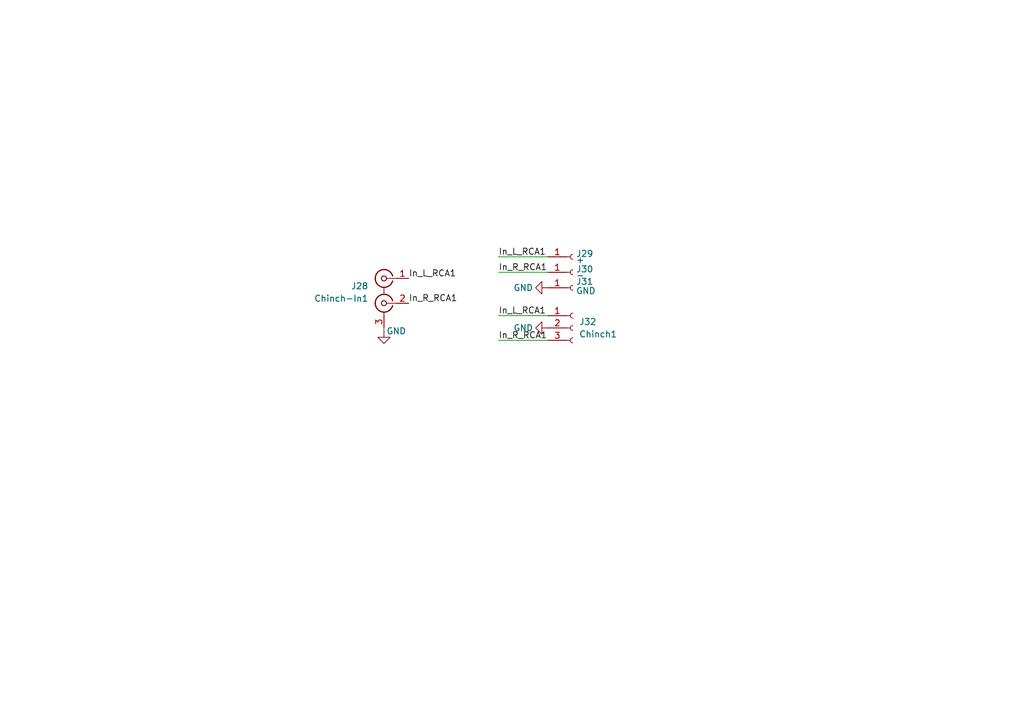
<source format=kicad_sch>
(kicad_sch (version 20250114) (generator "eeschema") (generator_version "9.0")
  (paper "A5")
  (lib_symbols
    (symbol "Connector:Conn_01x01_Socket" (pin_names (offset 1.016) (hide yes))
      (property "Reference" "J" (at 0 2.54 0))
      (property "Value" "Conn_01x01_Socket" (at 0 -2.54 0))
      (symbol "Conn_01x01_Socket_1_1"
        (polyline (pts (xy -1.27 0) (xy -0.508 0)) (stroke (width 0.1524)))
        (arc (start 0 -0.508) (mid -0.5058 0) (end 0 0.508) (stroke (width 0.1524)))
        (pin passive line (at -5.08 0 0) (length 3.81) (name "Pin_1") (number "1"))
      )
    )
    (symbol "Connector:Conn_01x03_Socket" (pin_names (offset 1.016) (hide yes))
      (property "Reference" "J" (at 0 5.08 0))
      (property "Value" "Conn_01x03_Socket" (at 0 -5.08 0))
      (symbol "Conn_01x03_Socket_1_1"
        (polyline (pts (xy -1.27 2.54) (xy -0.508 2.54)) (stroke (width 0.1524)))
        (polyline (pts (xy -1.27 0) (xy -0.508 0)) (stroke (width 0.1524)))
        (polyline (pts (xy -1.27 -2.54) (xy -0.508 -2.54)) (stroke (width 0.1524)))
        (arc (start 0 2.032) (mid -0.5058 2.54) (end 0 3.048) (stroke (width 0.1524)))
        (arc (start 0 -0.508) (mid -0.5058 0) (end 0 0.508) (stroke (width 0.1524)))
        (arc (start 0 -3.048) (mid -0.5058 -2.54) (end 0 -2.032) (stroke (width 0.1524)))
        (pin passive line (at -5.08 2.54 0) (length 3.81) (name "Pin_1") (number "1"))
        (pin passive line (at -5.08 0 0) (length 3.81) (name "Pin_2") (number "2"))
        (pin passive line (at -5.08 -2.54 0) (length 3.81) (name "Pin_3") (number "3"))
      )
    )
    (symbol "Connector:Conn_Coaxial_x2" (pin_names (offset 1.016) (hide yes))
      (property "Reference" "J" (at 0 5.715 0))
      (property "Value" "Conn_Coaxial_x2" (at 2.921 0 90))
      (symbol "Conn_Coaxial_x2_0_1"
        (polyline (pts (xy -2.54 2.54) (xy -0.508 2.54)))
        (polyline (pts (xy -2.54 -2.54) (xy -0.508 -2.54)))
        (arc (start 1.778 2.54) (mid 0.222 0.7321) (end -1.778 2.032) (stroke (width 0.254)))
        (arc (start 1.778 -2.54) (mid 0.222 -4.3479) (end -1.778 -3.048) (stroke (width 0.254)))
        (arc (start -1.778 3.048) (mid 0.2221 4.3484) (end 1.778 2.54) (stroke (width 0.254)))
        (arc (start -1.778 -2.032) (mid 0.2221 -0.7316) (end 1.778 -2.54) (stroke (width 0.254)))
        (circle (center 0 2.54) (radius 0.508) (stroke (width 0.2032)))
        (polyline (pts (xy 0 0.762) (xy 0 -0.635)))
        (circle (center 0 -2.54) (radius 0.508) (stroke (width 0.2032)))
        (polyline (pts (xy 0 -5.08) (xy 0 -4.318)))
      )
      (symbol "Conn_Coaxial_x2_1_1"
        (pin passive line (at -5.08 2.54 0) (length 2.54) (name "IN1") (number "1"))
        (pin passive line (at -5.08 -2.54 0) (length 2.54) (name "IN2") (number "2"))
        (pin passive line (at 0 -7.62 90) (length 2.54) (name "EXT") (number "3"))
      )
    )
    (symbol "power:GND" (power) (pin_numbers (hide yes)) (pin_names (offset 0) (hide yes))
      (property "Value" "GND" (at 0 -3.81 0))
      (symbol "GND_0_1"
        (polyline (pts (xy 0 0) (xy 0 -1.27) (xy 1.27 -1.27) (xy 0 -2.54) (xy -1.27 -1.27) (xy 0 -1.27)))
      )
      (symbol "GND_1_1"
        (pin power_in line (at 0 0 270) (length 0) (name "~") (number "1"))
      )
    )
  )
  (wire (pts (xy 102.235 52.705) (xy 112.395 52.705)))
  (wire (pts (xy 102.235 64.77) (xy 112.395 64.77)))
  (wire (pts (xy 102.235 69.85) (xy 112.395 69.85)))
  (wire (pts (xy 102.235 55.88) (xy 112.395 55.88)))
  (wire (pts (xy 78.74 67.945) (xy 78.74 67.31)))
  (label "In_L_RCA1" (at 102.235 64.77 0))
  (label "In_R_RCA1" (at 102.235 55.88 0))
  (label "In_L_RCA1" (at 102.235 52.705 0))
  (label "In_L_RCA1" (at 83.82 57.15 0))
  (label "In_R_RCA1" (at 83.82 62.23 0))
  (label "In_R_RCA1" (at 102.235 69.85 0))
  (symbol (lib_id "power:GND") (at 78.74 67.945 0) (unit 1)
    (property "Reference" "#PWR05" (effects (hide yes)))
    (property "Value" "GND" (at 81.28 67.945 0))
    (property "Description" "Power symbol creates a global label with name \"GND\" , ground" (effects (hide yes)))
    (instances (project "C-Audio Input-Board (CIB)" (path "" (reference "#PWR08") (unit 1)) (path "" (reference "#PWR05") (unit 1))))
  )
  (symbol (lib_id "power:GND") (at 112.395 67.31 270) (unit 1)
    (property "Reference" "#PWR07" (effects (hide yes)))
    (property "Value" "GND" (at 107.315 67.31 90))
    (property "Description" "Power symbol creates a global label with name \"GND\" , ground" (effects (hide yes)))
    (instances (project "C-Audio Input-Board (CIB)" (path "" (reference "#PWR025") (unit 1)) (path "" (reference "#PWR07") (unit 1))))
  )
  (symbol (lib_id "Connector:Conn_01x01_Socket") (at 117.475 59.055 0) (unit 1)
    (property "Reference" "J26" (at 118.11 57.785 0) (effects (justify left)))
    (property "Value" "GND" (at 118.11 59.69 0) (effects (justify left)))
    (property "Footprint" "Connector_Pin:Pin_D1.3mm_L11.0mm" (effects (hide yes)))
    (property "Description" "Generic connector, single row, 01x01, script generated" (effects (hide yes)))
    (instances (project "C-Audio Input-Board (CIB)" (path "" (reference "J31") (unit 1)) (path "" (reference "J26") (unit 1))))
  )
  (symbol (lib_id "Connector:Conn_Coaxial_x2") (at 78.74 59.69 0) (mirror y) (unit 1)
    (property "Reference" "J23" (at 75.565 58.7131 0) (effects (justify left)))
    (property "Value" "Chinch-In1" (at 75.565 61.2531 0) (effects (justify left)))
    (property "Footprint" "_lib:CBP 2" (effects (hide yes)))
    (property "Datasheet" " ~" (effects (hide yes)))
    (property "Description" "double coaxial connector (BNC, SMA, SMB, SMC, Cinch/RCA, LEMO, ...)" (effects (hide yes)))
    (instances (project "C-Audio Input-Board (CIB)" (path "" (reference "J28") (unit 1)) (path "" (reference "J23") (unit 1))))
  )
  (symbol (lib_id "Connector:Conn_01x01_Socket") (at 117.475 52.705 0) (unit 1)
    (property "Reference" "J24" (at 118.11 52.07 0) (effects (justify left)))
    (property "Value" "+" (at 118.11 53.34 0) (effects (justify left)))
    (property "Footprint" "Connector_Pin:Pin_D1.3mm_L11.0mm" (effects (hide yes)))
    (property "Description" "Generic connector, single row, 01x01, script generated" (effects (hide yes)))
    (instances (project "C-Audio Input-Board (CIB)" (path "" (reference "J29") (unit 1)) (path "" (reference "J24") (unit 1))))
  )
  (symbol (lib_id "power:GND") (at 112.395 59.055 270) (unit 1)
    (property "Reference" "#PWR06" (effects (hide yes)))
    (property "Value" "GND" (at 107.315 59.055 90))
    (property "Description" "Power symbol creates a global label with name \"GND\" , ground" (effects (hide yes)))
    (instances (project "C-Audio Input-Board (CIB)" (path "" (reference "#PWR09") (unit 1)) (path "" (reference "#PWR06") (unit 1))))
  )
  (symbol (lib_id "Connector:Conn_01x03_Socket") (at 117.475 67.31 0) (unit 1)
    (property "Reference" "J27" (at 118.745 66.0399 0) (effects (justify left)))
    (property "Value" "Chinch1" (at 118.745 68.5799 0) (effects (justify left)))
    (property "Footprint" "Connector_JST:JST_EH_B3B-EH-A_1x03_P2.50mm_Vertical" (effects (hide yes)))
    (property "Description" "Generic connector, single row, 01x03, script generated" (effects (hide yes)))
    (instances (project "C-Audio Input-Board (CIB)" (path "" (reference "J32") (unit 1)) (path "" (reference "J27") (unit 1))))
  )
  (symbol (lib_id "Connector:Conn_01x01_Socket") (at 117.475 55.88 0) (unit 1)
    (property "Reference" "J25" (at 118.11 55.245 0) (effects (justify left)))
    (property "Value" "-" (at 118.11 56.515 0) (effects (justify left)))
    (property "Footprint" "Connector_Pin:Pin_D1.3mm_L11.0mm" (effects (hide yes)))
    (property "Description" "Generic connector, single row, 01x01, script generated" (effects (hide yes)))
    (instances (project "C-Audio Input-Board (CIB)" (path "" (reference "J30") (unit 1)) (path "" (reference "J25") (unit 1))))
  )
)
</source>
